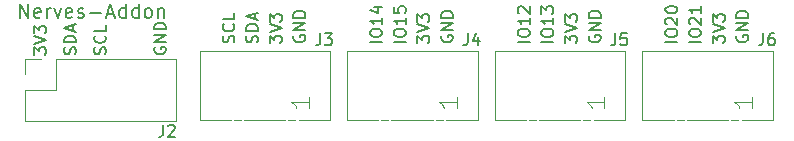
<source format=gto>
G04 #@! TF.GenerationSoftware,KiCad,Pcbnew,(5.1.2-1)-1*
G04 #@! TF.CreationDate,2019-08-29T14:36:41+09:00*
G04 #@! TF.ProjectId,NervesAddonBoard,4e657276-6573-4416-9464-6f6e426f6172,rev?*
G04 #@! TF.SameCoordinates,Original*
G04 #@! TF.FileFunction,Legend,Top*
G04 #@! TF.FilePolarity,Positive*
%FSLAX46Y46*%
G04 Gerber Fmt 4.6, Leading zero omitted, Abs format (unit mm)*
G04 Created by KiCad (PCBNEW (5.1.2-1)-1) date 2019-08-29 14:36:41*
%MOMM*%
%LPD*%
G04 APERTURE LIST*
%ADD10C,0.150000*%
%ADD11C,0.120000*%
G04 APERTURE END LIST*
D10*
X54452380Y-23759642D02*
X54452380Y-23140595D01*
X54833333Y-23473928D01*
X54833333Y-23331071D01*
X54880952Y-23235833D01*
X54928571Y-23188214D01*
X55023809Y-23140595D01*
X55261904Y-23140595D01*
X55357142Y-23188214D01*
X55404761Y-23235833D01*
X55452380Y-23331071D01*
X55452380Y-23616785D01*
X55404761Y-23712023D01*
X55357142Y-23759642D01*
X54452380Y-22854880D02*
X55452380Y-22521547D01*
X54452380Y-22188214D01*
X54452380Y-21950119D02*
X54452380Y-21331071D01*
X54833333Y-21664404D01*
X54833333Y-21521547D01*
X54880952Y-21426309D01*
X54928571Y-21378690D01*
X55023809Y-21331071D01*
X55261904Y-21331071D01*
X55357142Y-21378690D01*
X55404761Y-21426309D01*
X55452380Y-21521547D01*
X55452380Y-21807261D01*
X55404761Y-21902500D01*
X55357142Y-21950119D01*
X20785714Y-21642857D02*
X20785714Y-20442857D01*
X21471428Y-21642857D01*
X21471428Y-20442857D01*
X22500000Y-21585714D02*
X22385714Y-21642857D01*
X22157142Y-21642857D01*
X22042857Y-21585714D01*
X21985714Y-21471428D01*
X21985714Y-21014285D01*
X22042857Y-20900000D01*
X22157142Y-20842857D01*
X22385714Y-20842857D01*
X22500000Y-20900000D01*
X22557142Y-21014285D01*
X22557142Y-21128571D01*
X21985714Y-21242857D01*
X23071428Y-21642857D02*
X23071428Y-20842857D01*
X23071428Y-21071428D02*
X23128571Y-20957142D01*
X23185714Y-20900000D01*
X23300000Y-20842857D01*
X23414285Y-20842857D01*
X23700000Y-20842857D02*
X23985714Y-21642857D01*
X24271428Y-20842857D01*
X25185714Y-21585714D02*
X25071428Y-21642857D01*
X24842857Y-21642857D01*
X24728571Y-21585714D01*
X24671428Y-21471428D01*
X24671428Y-21014285D01*
X24728571Y-20900000D01*
X24842857Y-20842857D01*
X25071428Y-20842857D01*
X25185714Y-20900000D01*
X25242857Y-21014285D01*
X25242857Y-21128571D01*
X24671428Y-21242857D01*
X25700000Y-21585714D02*
X25814285Y-21642857D01*
X26042857Y-21642857D01*
X26157142Y-21585714D01*
X26214285Y-21471428D01*
X26214285Y-21414285D01*
X26157142Y-21300000D01*
X26042857Y-21242857D01*
X25871428Y-21242857D01*
X25757142Y-21185714D01*
X25700000Y-21071428D01*
X25700000Y-21014285D01*
X25757142Y-20900000D01*
X25871428Y-20842857D01*
X26042857Y-20842857D01*
X26157142Y-20900000D01*
X26728571Y-21185714D02*
X27642857Y-21185714D01*
X28157142Y-21300000D02*
X28728571Y-21300000D01*
X28042857Y-21642857D02*
X28442857Y-20442857D01*
X28842857Y-21642857D01*
X29757142Y-21642857D02*
X29757142Y-20442857D01*
X29757142Y-21585714D02*
X29642857Y-21642857D01*
X29414285Y-21642857D01*
X29300000Y-21585714D01*
X29242857Y-21528571D01*
X29185714Y-21414285D01*
X29185714Y-21071428D01*
X29242857Y-20957142D01*
X29300000Y-20900000D01*
X29414285Y-20842857D01*
X29642857Y-20842857D01*
X29757142Y-20900000D01*
X30842857Y-21642857D02*
X30842857Y-20442857D01*
X30842857Y-21585714D02*
X30728571Y-21642857D01*
X30500000Y-21642857D01*
X30385714Y-21585714D01*
X30328571Y-21528571D01*
X30271428Y-21414285D01*
X30271428Y-21071428D01*
X30328571Y-20957142D01*
X30385714Y-20900000D01*
X30500000Y-20842857D01*
X30728571Y-20842857D01*
X30842857Y-20900000D01*
X31585714Y-21642857D02*
X31471428Y-21585714D01*
X31414285Y-21528571D01*
X31357142Y-21414285D01*
X31357142Y-21071428D01*
X31414285Y-20957142D01*
X31471428Y-20900000D01*
X31585714Y-20842857D01*
X31757142Y-20842857D01*
X31871428Y-20900000D01*
X31928571Y-20957142D01*
X31985714Y-21071428D01*
X31985714Y-21414285D01*
X31928571Y-21528571D01*
X31871428Y-21585714D01*
X31757142Y-21642857D01*
X31585714Y-21642857D01*
X32500000Y-20842857D02*
X32500000Y-21642857D01*
X32500000Y-20957142D02*
X32557142Y-20900000D01*
X32671428Y-20842857D01*
X32842857Y-20842857D01*
X32957142Y-20900000D01*
X33014285Y-21014285D01*
X33014285Y-21642857D01*
X32200000Y-24140595D02*
X32152380Y-24235833D01*
X32152380Y-24378690D01*
X32200000Y-24521547D01*
X32295238Y-24616785D01*
X32390476Y-24664404D01*
X32580952Y-24712023D01*
X32723809Y-24712023D01*
X32914285Y-24664404D01*
X33009523Y-24616785D01*
X33104761Y-24521547D01*
X33152380Y-24378690D01*
X33152380Y-24283452D01*
X33104761Y-24140595D01*
X33057142Y-24092976D01*
X32723809Y-24092976D01*
X32723809Y-24283452D01*
X33152380Y-23664404D02*
X32152380Y-23664404D01*
X33152380Y-23092976D01*
X32152380Y-23092976D01*
X33152380Y-22616785D02*
X32152380Y-22616785D01*
X32152380Y-22378690D01*
X32200000Y-22235833D01*
X32295238Y-22140595D01*
X32390476Y-22092976D01*
X32580952Y-22045357D01*
X32723809Y-22045357D01*
X32914285Y-22092976D01*
X33009523Y-22140595D01*
X33104761Y-22235833D01*
X33152380Y-22378690D01*
X33152380Y-22616785D01*
X81500000Y-23140595D02*
X81452380Y-23235833D01*
X81452380Y-23378690D01*
X81500000Y-23521547D01*
X81595238Y-23616785D01*
X81690476Y-23664404D01*
X81880952Y-23712023D01*
X82023809Y-23712023D01*
X82214285Y-23664404D01*
X82309523Y-23616785D01*
X82404761Y-23521547D01*
X82452380Y-23378690D01*
X82452380Y-23283452D01*
X82404761Y-23140595D01*
X82357142Y-23092976D01*
X82023809Y-23092976D01*
X82023809Y-23283452D01*
X82452380Y-22664404D02*
X81452380Y-22664404D01*
X82452380Y-22092976D01*
X81452380Y-22092976D01*
X82452380Y-21616785D02*
X81452380Y-21616785D01*
X81452380Y-21378690D01*
X81500000Y-21235833D01*
X81595238Y-21140595D01*
X81690476Y-21092976D01*
X81880952Y-21045357D01*
X82023809Y-21045357D01*
X82214285Y-21092976D01*
X82309523Y-21140595D01*
X82404761Y-21235833D01*
X82452380Y-21378690D01*
X82452380Y-21616785D01*
X63952380Y-23664404D02*
X62952380Y-23664404D01*
X62952380Y-22997738D02*
X62952380Y-22807261D01*
X63000000Y-22712023D01*
X63095238Y-22616785D01*
X63285714Y-22569166D01*
X63619047Y-22569166D01*
X63809523Y-22616785D01*
X63904761Y-22712023D01*
X63952380Y-22807261D01*
X63952380Y-22997738D01*
X63904761Y-23092976D01*
X63809523Y-23188214D01*
X63619047Y-23235833D01*
X63285714Y-23235833D01*
X63095238Y-23188214D01*
X63000000Y-23092976D01*
X62952380Y-22997738D01*
X63952380Y-21616785D02*
X63952380Y-22188214D01*
X63952380Y-21902500D02*
X62952380Y-21902500D01*
X63095238Y-21997738D01*
X63190476Y-22092976D01*
X63238095Y-22188214D01*
X63047619Y-21235833D02*
X63000000Y-21188214D01*
X62952380Y-21092976D01*
X62952380Y-20854880D01*
X63000000Y-20759642D01*
X63047619Y-20712023D01*
X63142857Y-20664404D01*
X63238095Y-20664404D01*
X63380952Y-20712023D01*
X63952380Y-21283452D01*
X63952380Y-20664404D01*
X69000000Y-23140595D02*
X68952380Y-23235833D01*
X68952380Y-23378690D01*
X69000000Y-23521547D01*
X69095238Y-23616785D01*
X69190476Y-23664404D01*
X69380952Y-23712023D01*
X69523809Y-23712023D01*
X69714285Y-23664404D01*
X69809523Y-23616785D01*
X69904761Y-23521547D01*
X69952380Y-23378690D01*
X69952380Y-23283452D01*
X69904761Y-23140595D01*
X69857142Y-23092976D01*
X69523809Y-23092976D01*
X69523809Y-23283452D01*
X69952380Y-22664404D02*
X68952380Y-22664404D01*
X69952380Y-22092976D01*
X68952380Y-22092976D01*
X69952380Y-21616785D02*
X68952380Y-21616785D01*
X68952380Y-21378690D01*
X69000000Y-21235833D01*
X69095238Y-21140595D01*
X69190476Y-21092976D01*
X69380952Y-21045357D01*
X69523809Y-21045357D01*
X69714285Y-21092976D01*
X69809523Y-21140595D01*
X69904761Y-21235833D01*
X69952380Y-21378690D01*
X69952380Y-21616785D01*
X78452380Y-23664404D02*
X77452380Y-23664404D01*
X77452380Y-22997738D02*
X77452380Y-22807261D01*
X77500000Y-22712023D01*
X77595238Y-22616785D01*
X77785714Y-22569166D01*
X78119047Y-22569166D01*
X78309523Y-22616785D01*
X78404761Y-22712023D01*
X78452380Y-22807261D01*
X78452380Y-22997738D01*
X78404761Y-23092976D01*
X78309523Y-23188214D01*
X78119047Y-23235833D01*
X77785714Y-23235833D01*
X77595238Y-23188214D01*
X77500000Y-23092976D01*
X77452380Y-22997738D01*
X77547619Y-22188214D02*
X77500000Y-22140595D01*
X77452380Y-22045357D01*
X77452380Y-21807261D01*
X77500000Y-21712023D01*
X77547619Y-21664404D01*
X77642857Y-21616785D01*
X77738095Y-21616785D01*
X77880952Y-21664404D01*
X78452380Y-22235833D01*
X78452380Y-21616785D01*
X78452380Y-20664404D02*
X78452380Y-21235833D01*
X78452380Y-20950119D02*
X77452380Y-20950119D01*
X77595238Y-21045357D01*
X77690476Y-21140595D01*
X77738095Y-21235833D01*
X76452380Y-23664404D02*
X75452380Y-23664404D01*
X75452380Y-22997738D02*
X75452380Y-22807261D01*
X75500000Y-22712023D01*
X75595238Y-22616785D01*
X75785714Y-22569166D01*
X76119047Y-22569166D01*
X76309523Y-22616785D01*
X76404761Y-22712023D01*
X76452380Y-22807261D01*
X76452380Y-22997738D01*
X76404761Y-23092976D01*
X76309523Y-23188214D01*
X76119047Y-23235833D01*
X75785714Y-23235833D01*
X75595238Y-23188214D01*
X75500000Y-23092976D01*
X75452380Y-22997738D01*
X75547619Y-22188214D02*
X75500000Y-22140595D01*
X75452380Y-22045357D01*
X75452380Y-21807261D01*
X75500000Y-21712023D01*
X75547619Y-21664404D01*
X75642857Y-21616785D01*
X75738095Y-21616785D01*
X75880952Y-21664404D01*
X76452380Y-22235833D01*
X76452380Y-21616785D01*
X75452380Y-20997738D02*
X75452380Y-20902500D01*
X75500000Y-20807261D01*
X75547619Y-20759642D01*
X75642857Y-20712023D01*
X75833333Y-20664404D01*
X76071428Y-20664404D01*
X76261904Y-20712023D01*
X76357142Y-20759642D01*
X76404761Y-20807261D01*
X76452380Y-20902500D01*
X76452380Y-20997738D01*
X76404761Y-21092976D01*
X76357142Y-21140595D01*
X76261904Y-21188214D01*
X76071428Y-21235833D01*
X75833333Y-21235833D01*
X75642857Y-21188214D01*
X75547619Y-21140595D01*
X75500000Y-21092976D01*
X75452380Y-20997738D01*
X65952380Y-23664404D02*
X64952380Y-23664404D01*
X64952380Y-22997738D02*
X64952380Y-22807261D01*
X65000000Y-22712023D01*
X65095238Y-22616785D01*
X65285714Y-22569166D01*
X65619047Y-22569166D01*
X65809523Y-22616785D01*
X65904761Y-22712023D01*
X65952380Y-22807261D01*
X65952380Y-22997738D01*
X65904761Y-23092976D01*
X65809523Y-23188214D01*
X65619047Y-23235833D01*
X65285714Y-23235833D01*
X65095238Y-23188214D01*
X65000000Y-23092976D01*
X64952380Y-22997738D01*
X65952380Y-21616785D02*
X65952380Y-22188214D01*
X65952380Y-21902500D02*
X64952380Y-21902500D01*
X65095238Y-21997738D01*
X65190476Y-22092976D01*
X65238095Y-22188214D01*
X64952380Y-21283452D02*
X64952380Y-20664404D01*
X65333333Y-20997738D01*
X65333333Y-20854880D01*
X65380952Y-20759642D01*
X65428571Y-20712023D01*
X65523809Y-20664404D01*
X65761904Y-20664404D01*
X65857142Y-20712023D01*
X65904761Y-20759642D01*
X65952380Y-20854880D01*
X65952380Y-21140595D01*
X65904761Y-21235833D01*
X65857142Y-21283452D01*
X53452380Y-23664404D02*
X52452380Y-23664404D01*
X52452380Y-22997738D02*
X52452380Y-22807261D01*
X52500000Y-22712023D01*
X52595238Y-22616785D01*
X52785714Y-22569166D01*
X53119047Y-22569166D01*
X53309523Y-22616785D01*
X53404761Y-22712023D01*
X53452380Y-22807261D01*
X53452380Y-22997738D01*
X53404761Y-23092976D01*
X53309523Y-23188214D01*
X53119047Y-23235833D01*
X52785714Y-23235833D01*
X52595238Y-23188214D01*
X52500000Y-23092976D01*
X52452380Y-22997738D01*
X53452380Y-21616785D02*
X53452380Y-22188214D01*
X53452380Y-21902500D02*
X52452380Y-21902500D01*
X52595238Y-21997738D01*
X52690476Y-22092976D01*
X52738095Y-22188214D01*
X52452380Y-20712023D02*
X52452380Y-21188214D01*
X52928571Y-21235833D01*
X52880952Y-21188214D01*
X52833333Y-21092976D01*
X52833333Y-20854880D01*
X52880952Y-20759642D01*
X52928571Y-20712023D01*
X53023809Y-20664404D01*
X53261904Y-20664404D01*
X53357142Y-20712023D01*
X53404761Y-20759642D01*
X53452380Y-20854880D01*
X53452380Y-21092976D01*
X53404761Y-21188214D01*
X53357142Y-21235833D01*
X51452380Y-23664404D02*
X50452380Y-23664404D01*
X50452380Y-22997738D02*
X50452380Y-22807261D01*
X50500000Y-22712023D01*
X50595238Y-22616785D01*
X50785714Y-22569166D01*
X51119047Y-22569166D01*
X51309523Y-22616785D01*
X51404761Y-22712023D01*
X51452380Y-22807261D01*
X51452380Y-22997738D01*
X51404761Y-23092976D01*
X51309523Y-23188214D01*
X51119047Y-23235833D01*
X50785714Y-23235833D01*
X50595238Y-23188214D01*
X50500000Y-23092976D01*
X50452380Y-22997738D01*
X51452380Y-21616785D02*
X51452380Y-22188214D01*
X51452380Y-21902500D02*
X50452380Y-21902500D01*
X50595238Y-21997738D01*
X50690476Y-22092976D01*
X50738095Y-22188214D01*
X50785714Y-20759642D02*
X51452380Y-20759642D01*
X50404761Y-20997738D02*
X51119047Y-21235833D01*
X51119047Y-20616785D01*
X38904761Y-23712023D02*
X38952380Y-23569166D01*
X38952380Y-23331071D01*
X38904761Y-23235833D01*
X38857142Y-23188214D01*
X38761904Y-23140595D01*
X38666666Y-23140595D01*
X38571428Y-23188214D01*
X38523809Y-23235833D01*
X38476190Y-23331071D01*
X38428571Y-23521547D01*
X38380952Y-23616785D01*
X38333333Y-23664404D01*
X38238095Y-23712023D01*
X38142857Y-23712023D01*
X38047619Y-23664404D01*
X38000000Y-23616785D01*
X37952380Y-23521547D01*
X37952380Y-23283452D01*
X38000000Y-23140595D01*
X38857142Y-22140595D02*
X38904761Y-22188214D01*
X38952380Y-22331071D01*
X38952380Y-22426309D01*
X38904761Y-22569166D01*
X38809523Y-22664404D01*
X38714285Y-22712023D01*
X38523809Y-22759642D01*
X38380952Y-22759642D01*
X38190476Y-22712023D01*
X38095238Y-22664404D01*
X38000000Y-22569166D01*
X37952380Y-22426309D01*
X37952380Y-22331071D01*
X38000000Y-22188214D01*
X38047619Y-22140595D01*
X38952380Y-21235833D02*
X38952380Y-21712023D01*
X37952380Y-21712023D01*
X40904761Y-23712023D02*
X40952380Y-23569166D01*
X40952380Y-23331071D01*
X40904761Y-23235833D01*
X40857142Y-23188214D01*
X40761904Y-23140595D01*
X40666666Y-23140595D01*
X40571428Y-23188214D01*
X40523809Y-23235833D01*
X40476190Y-23331071D01*
X40428571Y-23521547D01*
X40380952Y-23616785D01*
X40333333Y-23664404D01*
X40238095Y-23712023D01*
X40142857Y-23712023D01*
X40047619Y-23664404D01*
X40000000Y-23616785D01*
X39952380Y-23521547D01*
X39952380Y-23283452D01*
X40000000Y-23140595D01*
X40952380Y-22712023D02*
X39952380Y-22712023D01*
X39952380Y-22473928D01*
X40000000Y-22331071D01*
X40095238Y-22235833D01*
X40190476Y-22188214D01*
X40380952Y-22140595D01*
X40523809Y-22140595D01*
X40714285Y-22188214D01*
X40809523Y-22235833D01*
X40904761Y-22331071D01*
X40952380Y-22473928D01*
X40952380Y-22712023D01*
X40666666Y-21759642D02*
X40666666Y-21283452D01*
X40952380Y-21854880D02*
X39952380Y-21521547D01*
X40952380Y-21188214D01*
X56500000Y-23140595D02*
X56452380Y-23235833D01*
X56452380Y-23378690D01*
X56500000Y-23521547D01*
X56595238Y-23616785D01*
X56690476Y-23664404D01*
X56880952Y-23712023D01*
X57023809Y-23712023D01*
X57214285Y-23664404D01*
X57309523Y-23616785D01*
X57404761Y-23521547D01*
X57452380Y-23378690D01*
X57452380Y-23283452D01*
X57404761Y-23140595D01*
X57357142Y-23092976D01*
X57023809Y-23092976D01*
X57023809Y-23283452D01*
X57452380Y-22664404D02*
X56452380Y-22664404D01*
X57452380Y-22092976D01*
X56452380Y-22092976D01*
X57452380Y-21616785D02*
X56452380Y-21616785D01*
X56452380Y-21378690D01*
X56500000Y-21235833D01*
X56595238Y-21140595D01*
X56690476Y-21092976D01*
X56880952Y-21045357D01*
X57023809Y-21045357D01*
X57214285Y-21092976D01*
X57309523Y-21140595D01*
X57404761Y-21235833D01*
X57452380Y-21378690D01*
X57452380Y-21616785D01*
X44000000Y-23140595D02*
X43952380Y-23235833D01*
X43952380Y-23378690D01*
X44000000Y-23521547D01*
X44095238Y-23616785D01*
X44190476Y-23664404D01*
X44380952Y-23712023D01*
X44523809Y-23712023D01*
X44714285Y-23664404D01*
X44809523Y-23616785D01*
X44904761Y-23521547D01*
X44952380Y-23378690D01*
X44952380Y-23283452D01*
X44904761Y-23140595D01*
X44857142Y-23092976D01*
X44523809Y-23092976D01*
X44523809Y-23283452D01*
X44952380Y-22664404D02*
X43952380Y-22664404D01*
X44952380Y-22092976D01*
X43952380Y-22092976D01*
X44952380Y-21616785D02*
X43952380Y-21616785D01*
X43952380Y-21378690D01*
X44000000Y-21235833D01*
X44095238Y-21140595D01*
X44190476Y-21092976D01*
X44380952Y-21045357D01*
X44523809Y-21045357D01*
X44714285Y-21092976D01*
X44809523Y-21140595D01*
X44904761Y-21235833D01*
X44952380Y-21378690D01*
X44952380Y-21616785D01*
X79452380Y-23759642D02*
X79452380Y-23140595D01*
X79833333Y-23473928D01*
X79833333Y-23331071D01*
X79880952Y-23235833D01*
X79928571Y-23188214D01*
X80023809Y-23140595D01*
X80261904Y-23140595D01*
X80357142Y-23188214D01*
X80404761Y-23235833D01*
X80452380Y-23331071D01*
X80452380Y-23616785D01*
X80404761Y-23712023D01*
X80357142Y-23759642D01*
X79452380Y-22854880D02*
X80452380Y-22521547D01*
X79452380Y-22188214D01*
X79452380Y-21950119D02*
X79452380Y-21331071D01*
X79833333Y-21664404D01*
X79833333Y-21521547D01*
X79880952Y-21426309D01*
X79928571Y-21378690D01*
X80023809Y-21331071D01*
X80261904Y-21331071D01*
X80357142Y-21378690D01*
X80404761Y-21426309D01*
X80452380Y-21521547D01*
X80452380Y-21807261D01*
X80404761Y-21902500D01*
X80357142Y-21950119D01*
X66952380Y-23759642D02*
X66952380Y-23140595D01*
X67333333Y-23473928D01*
X67333333Y-23331071D01*
X67380952Y-23235833D01*
X67428571Y-23188214D01*
X67523809Y-23140595D01*
X67761904Y-23140595D01*
X67857142Y-23188214D01*
X67904761Y-23235833D01*
X67952380Y-23331071D01*
X67952380Y-23616785D01*
X67904761Y-23712023D01*
X67857142Y-23759642D01*
X66952380Y-22854880D02*
X67952380Y-22521547D01*
X66952380Y-22188214D01*
X66952380Y-21950119D02*
X66952380Y-21331071D01*
X67333333Y-21664404D01*
X67333333Y-21521547D01*
X67380952Y-21426309D01*
X67428571Y-21378690D01*
X67523809Y-21331071D01*
X67761904Y-21331071D01*
X67857142Y-21378690D01*
X67904761Y-21426309D01*
X67952380Y-21521547D01*
X67952380Y-21807261D01*
X67904761Y-21902500D01*
X67857142Y-21950119D01*
X41952380Y-23759642D02*
X41952380Y-23140595D01*
X42333333Y-23473928D01*
X42333333Y-23331071D01*
X42380952Y-23235833D01*
X42428571Y-23188214D01*
X42523809Y-23140595D01*
X42761904Y-23140595D01*
X42857142Y-23188214D01*
X42904761Y-23235833D01*
X42952380Y-23331071D01*
X42952380Y-23616785D01*
X42904761Y-23712023D01*
X42857142Y-23759642D01*
X41952380Y-22854880D02*
X42952380Y-22521547D01*
X41952380Y-22188214D01*
X41952380Y-21950119D02*
X41952380Y-21331071D01*
X42333333Y-21664404D01*
X42333333Y-21521547D01*
X42380952Y-21426309D01*
X42428571Y-21378690D01*
X42523809Y-21331071D01*
X42761904Y-21331071D01*
X42857142Y-21378690D01*
X42904761Y-21426309D01*
X42952380Y-21521547D01*
X42952380Y-21807261D01*
X42904761Y-21902500D01*
X42857142Y-21950119D01*
X28024761Y-24712023D02*
X28072380Y-24569166D01*
X28072380Y-24331071D01*
X28024761Y-24235833D01*
X27977142Y-24188214D01*
X27881904Y-24140595D01*
X27786666Y-24140595D01*
X27691428Y-24188214D01*
X27643809Y-24235833D01*
X27596190Y-24331071D01*
X27548571Y-24521547D01*
X27500952Y-24616785D01*
X27453333Y-24664404D01*
X27358095Y-24712023D01*
X27262857Y-24712023D01*
X27167619Y-24664404D01*
X27120000Y-24616785D01*
X27072380Y-24521547D01*
X27072380Y-24283452D01*
X27120000Y-24140595D01*
X27977142Y-23140595D02*
X28024761Y-23188214D01*
X28072380Y-23331071D01*
X28072380Y-23426309D01*
X28024761Y-23569166D01*
X27929523Y-23664404D01*
X27834285Y-23712023D01*
X27643809Y-23759642D01*
X27500952Y-23759642D01*
X27310476Y-23712023D01*
X27215238Y-23664404D01*
X27120000Y-23569166D01*
X27072380Y-23426309D01*
X27072380Y-23331071D01*
X27120000Y-23188214D01*
X27167619Y-23140595D01*
X28072380Y-22235833D02*
X28072380Y-22712023D01*
X27072380Y-22712023D01*
X25484761Y-24712023D02*
X25532380Y-24569166D01*
X25532380Y-24331071D01*
X25484761Y-24235833D01*
X25437142Y-24188214D01*
X25341904Y-24140595D01*
X25246666Y-24140595D01*
X25151428Y-24188214D01*
X25103809Y-24235833D01*
X25056190Y-24331071D01*
X25008571Y-24521547D01*
X24960952Y-24616785D01*
X24913333Y-24664404D01*
X24818095Y-24712023D01*
X24722857Y-24712023D01*
X24627619Y-24664404D01*
X24580000Y-24616785D01*
X24532380Y-24521547D01*
X24532380Y-24283452D01*
X24580000Y-24140595D01*
X25532380Y-23712023D02*
X24532380Y-23712023D01*
X24532380Y-23473928D01*
X24580000Y-23331071D01*
X24675238Y-23235833D01*
X24770476Y-23188214D01*
X24960952Y-23140595D01*
X25103809Y-23140595D01*
X25294285Y-23188214D01*
X25389523Y-23235833D01*
X25484761Y-23331071D01*
X25532380Y-23473928D01*
X25532380Y-23712023D01*
X25246666Y-22759642D02*
X25246666Y-22283452D01*
X25532380Y-22854880D02*
X24532380Y-22521547D01*
X25532380Y-22188214D01*
X21992380Y-24759642D02*
X21992380Y-24140595D01*
X22373333Y-24473928D01*
X22373333Y-24331071D01*
X22420952Y-24235833D01*
X22468571Y-24188214D01*
X22563809Y-24140595D01*
X22801904Y-24140595D01*
X22897142Y-24188214D01*
X22944761Y-24235833D01*
X22992380Y-24331071D01*
X22992380Y-24616785D01*
X22944761Y-24712023D01*
X22897142Y-24759642D01*
X21992380Y-23854880D02*
X22992380Y-23521547D01*
X21992380Y-23188214D01*
X21992380Y-22950119D02*
X21992380Y-22331071D01*
X22373333Y-22664404D01*
X22373333Y-22521547D01*
X22420952Y-22426309D01*
X22468571Y-22378690D01*
X22563809Y-22331071D01*
X22801904Y-22331071D01*
X22897142Y-22378690D01*
X22944761Y-22426309D01*
X22992380Y-22521547D01*
X22992380Y-22807261D01*
X22944761Y-22902500D01*
X22897142Y-22950119D01*
D11*
X68500000Y-30300000D02*
X69100000Y-30300000D01*
X63900000Y-30300000D02*
X64500000Y-30300000D01*
X61000000Y-24450000D02*
X72050000Y-24450000D01*
X61000000Y-30300000D02*
X61000000Y-24450000D01*
X64750000Y-30300000D02*
X68250000Y-30300000D01*
X72050000Y-30300000D02*
X72050000Y-24450000D01*
X61000000Y-30300000D02*
X63650000Y-30300000D01*
X69400000Y-30300000D02*
X72050000Y-30300000D01*
X56000000Y-30300000D02*
X56600000Y-30300000D01*
X51400000Y-30300000D02*
X52000000Y-30300000D01*
X48500000Y-24450000D02*
X59550000Y-24450000D01*
X48500000Y-30300000D02*
X48500000Y-24450000D01*
X52250000Y-30300000D02*
X55750000Y-30300000D01*
X59550000Y-30300000D02*
X59550000Y-24450000D01*
X48500000Y-30300000D02*
X51150000Y-30300000D01*
X56900000Y-30300000D02*
X59550000Y-30300000D01*
X43500000Y-30300000D02*
X44100000Y-30300000D01*
X38900000Y-30300000D02*
X39500000Y-30300000D01*
X36000000Y-24450000D02*
X47050000Y-24450000D01*
X36000000Y-30300000D02*
X36000000Y-24450000D01*
X39750000Y-30300000D02*
X43250000Y-30300000D01*
X47050000Y-30300000D02*
X47050000Y-24450000D01*
X36000000Y-30300000D02*
X38650000Y-30300000D01*
X44400000Y-30300000D02*
X47050000Y-30300000D01*
X81000000Y-30300000D02*
X81600000Y-30300000D01*
X76400000Y-30300000D02*
X77000000Y-30300000D01*
X73500000Y-24450000D02*
X84550000Y-24450000D01*
X73500000Y-30300000D02*
X73500000Y-24450000D01*
X77250000Y-30300000D02*
X80750000Y-30300000D01*
X84550000Y-30300000D02*
X84550000Y-24450000D01*
X73500000Y-30300000D02*
X76150000Y-30300000D01*
X81900000Y-30300000D02*
X84550000Y-30300000D01*
X21210000Y-25140000D02*
X21210000Y-26410000D01*
X22540000Y-25140000D02*
X21210000Y-25140000D01*
X23810000Y-27740000D02*
X23810000Y-25140000D01*
X21210000Y-27740000D02*
X23810000Y-27740000D01*
X21210000Y-30340000D02*
X21210000Y-27740000D01*
X34030000Y-30340000D02*
X21210000Y-30340000D01*
X34030000Y-25140000D02*
X34030000Y-30340000D01*
X23810000Y-25140000D02*
X34030000Y-25140000D01*
D10*
X71212023Y-22952380D02*
X71212023Y-23666666D01*
X71164404Y-23809523D01*
X71069166Y-23904761D01*
X70926309Y-23952380D01*
X70831071Y-23952380D01*
X72164404Y-22952380D02*
X71688214Y-22952380D01*
X71640595Y-23428571D01*
X71688214Y-23380952D01*
X71783452Y-23333333D01*
X72021547Y-23333333D01*
X72116785Y-23380952D01*
X72164404Y-23428571D01*
X72212023Y-23523809D01*
X72212023Y-23761904D01*
X72164404Y-23857142D01*
X72116785Y-23904761D01*
X72021547Y-23952380D01*
X71783452Y-23952380D01*
X71688214Y-23904761D01*
X71640595Y-23857142D01*
D11*
X70278571Y-28371428D02*
X70278571Y-29228571D01*
X70278571Y-28800000D02*
X68778571Y-28800000D01*
X68992857Y-28942857D01*
X69135714Y-29085714D01*
X69207142Y-29228571D01*
D10*
X58712023Y-22952380D02*
X58712023Y-23666666D01*
X58664404Y-23809523D01*
X58569166Y-23904761D01*
X58426309Y-23952380D01*
X58331071Y-23952380D01*
X59616785Y-23285714D02*
X59616785Y-23952380D01*
X59378690Y-22904761D02*
X59140595Y-23619047D01*
X59759642Y-23619047D01*
D11*
X57778571Y-28371428D02*
X57778571Y-29228571D01*
X57778571Y-28800000D02*
X56278571Y-28800000D01*
X56492857Y-28942857D01*
X56635714Y-29085714D01*
X56707142Y-29228571D01*
D10*
X46212023Y-22952380D02*
X46212023Y-23666666D01*
X46164404Y-23809523D01*
X46069166Y-23904761D01*
X45926309Y-23952380D01*
X45831071Y-23952380D01*
X46592976Y-22952380D02*
X47212023Y-22952380D01*
X46878690Y-23333333D01*
X47021547Y-23333333D01*
X47116785Y-23380952D01*
X47164404Y-23428571D01*
X47212023Y-23523809D01*
X47212023Y-23761904D01*
X47164404Y-23857142D01*
X47116785Y-23904761D01*
X47021547Y-23952380D01*
X46735833Y-23952380D01*
X46640595Y-23904761D01*
X46592976Y-23857142D01*
D11*
X45278571Y-28371428D02*
X45278571Y-29228571D01*
X45278571Y-28800000D02*
X43778571Y-28800000D01*
X43992857Y-28942857D01*
X44135714Y-29085714D01*
X44207142Y-29228571D01*
D10*
X83712023Y-22952380D02*
X83712023Y-23666666D01*
X83664404Y-23809523D01*
X83569166Y-23904761D01*
X83426309Y-23952380D01*
X83331071Y-23952380D01*
X84616785Y-22952380D02*
X84426309Y-22952380D01*
X84331071Y-23000000D01*
X84283452Y-23047619D01*
X84188214Y-23190476D01*
X84140595Y-23380952D01*
X84140595Y-23761904D01*
X84188214Y-23857142D01*
X84235833Y-23904761D01*
X84331071Y-23952380D01*
X84521547Y-23952380D01*
X84616785Y-23904761D01*
X84664404Y-23857142D01*
X84712023Y-23761904D01*
X84712023Y-23523809D01*
X84664404Y-23428571D01*
X84616785Y-23380952D01*
X84521547Y-23333333D01*
X84331071Y-23333333D01*
X84235833Y-23380952D01*
X84188214Y-23428571D01*
X84140595Y-23523809D01*
D11*
X82778571Y-28371428D02*
X82778571Y-29228571D01*
X82778571Y-28800000D02*
X81278571Y-28800000D01*
X81492857Y-28942857D01*
X81635714Y-29085714D01*
X81707142Y-29228571D01*
D10*
X32916666Y-30702380D02*
X32916666Y-31416666D01*
X32869047Y-31559523D01*
X32773809Y-31654761D01*
X32630952Y-31702380D01*
X32535714Y-31702380D01*
X33345238Y-30797619D02*
X33392857Y-30750000D01*
X33488095Y-30702380D01*
X33726190Y-30702380D01*
X33821428Y-30750000D01*
X33869047Y-30797619D01*
X33916666Y-30892857D01*
X33916666Y-30988095D01*
X33869047Y-31130952D01*
X33297619Y-31702380D01*
X33916666Y-31702380D01*
M02*

</source>
